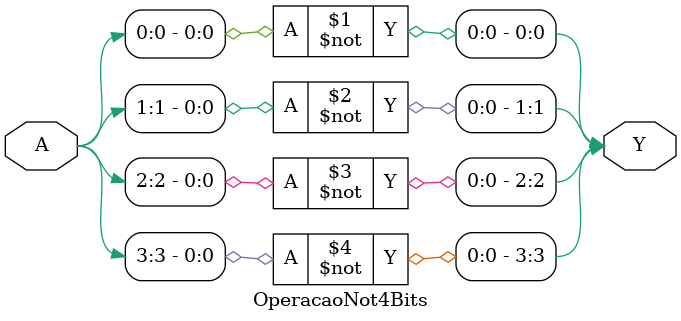
<source format=v>
module OperacaoNot4Bits(
    input [3:0] A,
    output [3:0] Y
);
    not Not0(Y[0], A[0]);
    not Not1(Y[1], A[1]);
    not Not2(Y[2], A[2]);
    not Not3(Y[3], A[3]);
endmodule

</source>
